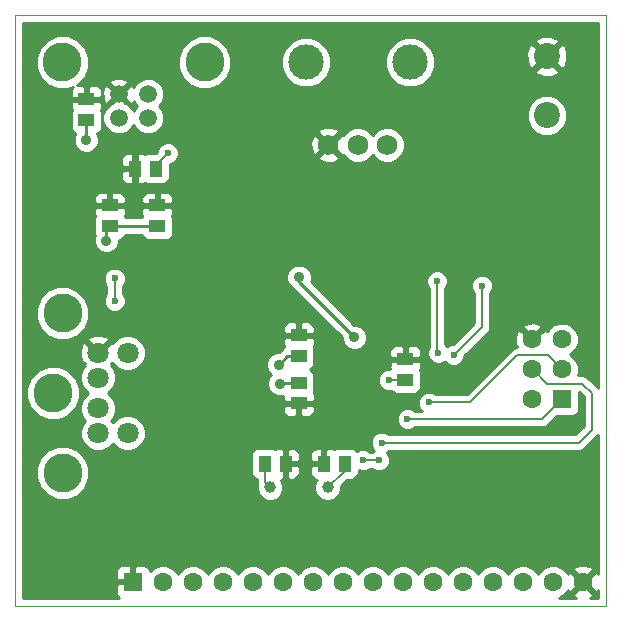
<source format=gbl>
G04 (created by PCBNEW (2013-07-07 BZR 4022)-stable) date 11/10/2013 16:08:40*
%MOIN*%
G04 Gerber Fmt 3.4, Leading zero omitted, Abs format*
%FSLAX34Y34*%
G01*
G70*
G90*
G04 APERTURE LIST*
%ADD10C,0.00590551*%
%ADD11C,0.00393701*%
%ADD12R,0.0433071X0.0551181*%
%ADD13R,0.0551181X0.0433071*%
%ADD14C,0.129921*%
%ADD15C,0.0708661*%
%ADD16C,0.0590551*%
%ADD17R,0.0629921X0.0629921*%
%ADD18C,0.0629921*%
%ADD19C,0.0866142*%
%ADD20C,0.0393701*%
%ADD21C,0.11811*%
%ADD22C,0.0688976*%
%ADD23C,0.0354331*%
%ADD24C,0.023622*%
%ADD25C,0.00984252*%
G04 APERTURE END LIST*
G54D10*
G54D11*
X35433Y-51181D02*
X35433Y-31496D01*
X55118Y-51181D02*
X35433Y-51181D01*
X55118Y-31496D02*
X55118Y-51181D01*
X35433Y-31496D02*
X55118Y-31496D01*
G54D12*
X44438Y-46456D03*
X43750Y-46456D03*
X45718Y-46456D03*
X46407Y-46456D03*
G54D13*
X44881Y-42864D03*
X44881Y-42175D03*
X44881Y-43750D03*
X44881Y-44438D03*
G54D12*
X39419Y-36614D03*
X40108Y-36614D03*
G54D13*
X38582Y-38533D03*
X38582Y-37844D03*
X40157Y-38533D03*
X40157Y-37844D03*
X37795Y-34990D03*
X37795Y-34301D03*
G54D14*
X37007Y-46751D03*
X37007Y-41437D03*
X36692Y-44094D03*
G54D15*
X38188Y-43582D03*
X38188Y-44606D03*
X38188Y-42755D03*
X38188Y-45433D03*
X39173Y-42755D03*
X39173Y-45433D03*
G54D14*
X41740Y-33070D03*
X37000Y-33070D03*
G54D16*
X39862Y-34137D03*
X38877Y-34137D03*
X39862Y-34925D03*
X38877Y-34925D03*
G54D17*
X39350Y-50393D03*
G54D18*
X41350Y-50393D03*
X40350Y-50393D03*
X42350Y-50393D03*
X43350Y-50393D03*
X44350Y-50393D03*
X45350Y-50393D03*
X46350Y-50393D03*
X47350Y-50393D03*
X48350Y-50393D03*
X49350Y-50393D03*
X50350Y-50393D03*
X51350Y-50393D03*
X52350Y-50393D03*
X53350Y-50393D03*
X54350Y-50393D03*
G54D17*
X53649Y-44307D03*
G54D18*
X52649Y-44307D03*
X53649Y-43307D03*
X52649Y-43307D03*
X53649Y-42307D03*
X52649Y-42307D03*
G54D19*
X53149Y-34842D03*
X53149Y-32874D03*
G54D20*
X43921Y-47244D03*
X45842Y-47244D03*
G54D21*
X48582Y-33070D03*
X45118Y-33070D03*
G54D22*
X45866Y-35826D03*
X46850Y-35826D03*
X47834Y-35826D03*
G54D13*
X48425Y-43651D03*
X48425Y-42962D03*
G54D23*
X44212Y-43149D03*
X44251Y-43779D03*
X44881Y-40236D03*
X46732Y-42244D03*
X38464Y-39015D03*
X37795Y-35669D03*
G54D24*
X40275Y-37322D03*
X39488Y-37322D03*
X38464Y-37322D03*
X45787Y-43464D03*
X45787Y-42834D03*
X47874Y-43149D03*
X40314Y-46850D03*
X39251Y-38976D03*
X44094Y-35826D03*
X42519Y-35826D03*
X48503Y-44960D03*
X47637Y-45748D03*
X49488Y-40354D03*
X49527Y-42755D03*
X47874Y-43661D03*
X40511Y-36102D03*
X50984Y-40511D03*
X50039Y-42834D03*
X47559Y-46338D03*
X47007Y-46338D03*
X49212Y-44409D03*
X38740Y-41023D03*
X38740Y-40275D03*
G54D25*
X44881Y-42864D02*
X44498Y-42864D01*
X44498Y-42864D02*
X44212Y-43149D01*
X44881Y-43750D02*
X44281Y-43750D01*
X44281Y-43750D02*
X44251Y-43779D01*
X44881Y-40393D02*
X44881Y-40236D01*
X46732Y-42244D02*
X44881Y-40393D01*
X40157Y-38533D02*
X38582Y-38533D01*
X38582Y-38533D02*
X38464Y-38651D01*
X38464Y-38651D02*
X38464Y-39015D01*
X37795Y-34990D02*
X37795Y-35669D01*
G54D10*
X48503Y-44960D02*
X52996Y-44960D01*
X52996Y-44960D02*
X53649Y-44307D01*
X52649Y-43307D02*
X52677Y-43307D01*
X54212Y-45748D02*
X47637Y-45748D01*
X54645Y-45314D02*
X54212Y-45748D01*
X54645Y-44094D02*
X54645Y-45314D01*
X54330Y-43779D02*
X54645Y-44094D01*
X53149Y-43779D02*
X54330Y-43779D01*
X52677Y-43307D02*
X53149Y-43779D01*
X49488Y-42716D02*
X49488Y-40354D01*
X49527Y-42755D02*
X49488Y-42716D01*
X48425Y-43651D02*
X47883Y-43651D01*
X47883Y-43651D02*
X47874Y-43661D01*
X40108Y-36614D02*
X40108Y-36505D01*
X40108Y-36505D02*
X40511Y-36102D01*
X43750Y-46456D02*
X43750Y-47072D01*
X43750Y-47072D02*
X43921Y-47244D01*
X46407Y-46456D02*
X46407Y-46679D01*
X46407Y-46679D02*
X45842Y-47244D01*
X50984Y-41889D02*
X50984Y-41023D01*
X50039Y-42834D02*
X50984Y-41889D01*
X47007Y-46338D02*
X47559Y-46338D01*
X50984Y-41023D02*
X50984Y-40511D01*
X49212Y-44409D02*
X50590Y-44409D01*
X52519Y-42834D02*
X52165Y-42834D01*
X52165Y-42834D02*
X50590Y-44409D01*
X53649Y-43307D02*
X53649Y-43295D01*
X53188Y-42834D02*
X52519Y-42834D01*
X53649Y-43295D02*
X53188Y-42834D01*
X38740Y-40275D02*
X38740Y-41023D01*
G36*
X54852Y-50915D02*
X54577Y-50915D01*
X54646Y-50887D01*
X54675Y-50790D01*
X54350Y-50465D01*
X54025Y-50790D01*
X54054Y-50887D01*
X54133Y-50915D01*
X53557Y-50915D01*
X53667Y-50869D01*
X53825Y-50711D01*
X53846Y-50662D01*
X53856Y-50689D01*
X53953Y-50718D01*
X54278Y-50393D01*
X53953Y-50068D01*
X53856Y-50098D01*
X53846Y-50126D01*
X53826Y-50076D01*
X53668Y-49918D01*
X53462Y-49832D01*
X53239Y-49832D01*
X53033Y-49917D01*
X52875Y-50075D01*
X52850Y-50134D01*
X52826Y-50076D01*
X52668Y-49918D01*
X52462Y-49832D01*
X52239Y-49832D01*
X52033Y-49917D01*
X51875Y-50075D01*
X51850Y-50134D01*
X51826Y-50076D01*
X51668Y-49918D01*
X51462Y-49832D01*
X51239Y-49832D01*
X51033Y-49917D01*
X50875Y-50075D01*
X50850Y-50134D01*
X50826Y-50076D01*
X50668Y-49918D01*
X50462Y-49832D01*
X50239Y-49832D01*
X50033Y-49917D01*
X49875Y-50075D01*
X49850Y-50134D01*
X49826Y-50076D01*
X49668Y-49918D01*
X49462Y-49832D01*
X49239Y-49832D01*
X49033Y-49917D01*
X48875Y-50075D01*
X48850Y-50134D01*
X48826Y-50076D01*
X48668Y-49918D01*
X48462Y-49832D01*
X48239Y-49832D01*
X48033Y-49917D01*
X47875Y-50075D01*
X47850Y-50134D01*
X47826Y-50076D01*
X47668Y-49918D01*
X47462Y-49832D01*
X47239Y-49832D01*
X47033Y-49917D01*
X46875Y-50075D01*
X46850Y-50134D01*
X46826Y-50076D01*
X46668Y-49918D01*
X46462Y-49832D01*
X46239Y-49832D01*
X46033Y-49917D01*
X45875Y-50075D01*
X45850Y-50134D01*
X45826Y-50076D01*
X45668Y-49918D01*
X45462Y-49832D01*
X45239Y-49832D01*
X45033Y-49917D01*
X44904Y-50045D01*
X44904Y-46682D01*
X44904Y-46230D01*
X44904Y-46131D01*
X44866Y-46039D01*
X44831Y-46004D01*
X44831Y-44842D01*
X44831Y-44489D01*
X44419Y-44489D01*
X44357Y-44552D01*
X44357Y-44704D01*
X44394Y-44796D01*
X44464Y-44866D01*
X44556Y-44904D01*
X44655Y-44904D01*
X44768Y-44904D01*
X44831Y-44842D01*
X44831Y-46004D01*
X44796Y-45969D01*
X44704Y-45931D01*
X44552Y-45931D01*
X44489Y-45994D01*
X44489Y-46405D01*
X44842Y-46405D01*
X44904Y-46343D01*
X44904Y-46230D01*
X44904Y-46682D01*
X44904Y-46569D01*
X44842Y-46507D01*
X44489Y-46507D01*
X44489Y-46919D01*
X44552Y-46981D01*
X44704Y-46981D01*
X44796Y-46943D01*
X44866Y-46873D01*
X44904Y-46782D01*
X44904Y-46682D01*
X44904Y-50045D01*
X44875Y-50075D01*
X44850Y-50134D01*
X44826Y-50076D01*
X44668Y-49918D01*
X44462Y-49832D01*
X44388Y-49832D01*
X44388Y-46919D01*
X44388Y-46507D01*
X44380Y-46507D01*
X44380Y-46405D01*
X44388Y-46405D01*
X44388Y-45994D01*
X44325Y-45931D01*
X44173Y-45931D01*
X44090Y-45966D01*
X44015Y-45935D01*
X43917Y-45934D01*
X43484Y-45934D01*
X43394Y-45972D01*
X43324Y-46041D01*
X43287Y-46131D01*
X43287Y-46229D01*
X43287Y-46781D01*
X43324Y-46871D01*
X43393Y-46940D01*
X43474Y-46974D01*
X43474Y-47072D01*
X43486Y-47135D01*
X43478Y-47155D01*
X43478Y-47331D01*
X43545Y-47494D01*
X43670Y-47619D01*
X43832Y-47686D01*
X44008Y-47687D01*
X44171Y-47619D01*
X44296Y-47495D01*
X44364Y-47332D01*
X44364Y-47156D01*
X44296Y-46993D01*
X44284Y-46981D01*
X44325Y-46981D01*
X44388Y-46919D01*
X44388Y-49832D01*
X44239Y-49832D01*
X44033Y-49917D01*
X43875Y-50075D01*
X43850Y-50134D01*
X43826Y-50076D01*
X43668Y-49918D01*
X43462Y-49832D01*
X43239Y-49832D01*
X43033Y-49917D01*
X42875Y-50075D01*
X42850Y-50134D01*
X42826Y-50076D01*
X42668Y-49918D01*
X42635Y-49904D01*
X42635Y-32893D01*
X42499Y-32564D01*
X42248Y-32311D01*
X41919Y-32175D01*
X41562Y-32175D01*
X41233Y-32311D01*
X40981Y-32562D01*
X40844Y-32891D01*
X40844Y-33248D01*
X40980Y-33577D01*
X41232Y-33829D01*
X41561Y-33966D01*
X41917Y-33966D01*
X42246Y-33830D01*
X42499Y-33578D01*
X42635Y-33249D01*
X42635Y-32893D01*
X42635Y-49904D01*
X42462Y-49832D01*
X42239Y-49832D01*
X42033Y-49917D01*
X41875Y-50075D01*
X41850Y-50134D01*
X41826Y-50076D01*
X41668Y-49918D01*
X41462Y-49832D01*
X41239Y-49832D01*
X41033Y-49917D01*
X40876Y-50074D01*
X40876Y-36030D01*
X40820Y-35896D01*
X40718Y-35793D01*
X40584Y-35738D01*
X40439Y-35738D01*
X40403Y-35753D01*
X40403Y-34817D01*
X40321Y-34618D01*
X40234Y-34531D01*
X40320Y-34444D01*
X40403Y-34245D01*
X40403Y-34030D01*
X40321Y-33831D01*
X40169Y-33679D01*
X39970Y-33596D01*
X39754Y-33596D01*
X39555Y-33678D01*
X39403Y-33830D01*
X39374Y-33900D01*
X39355Y-33853D01*
X39260Y-33827D01*
X39188Y-33898D01*
X39188Y-33755D01*
X39161Y-33660D01*
X38957Y-33588D01*
X38741Y-33599D01*
X38594Y-33660D01*
X38567Y-33755D01*
X38877Y-34065D01*
X39188Y-33755D01*
X39188Y-33898D01*
X38949Y-34137D01*
X39260Y-34448D01*
X39355Y-34421D01*
X39372Y-34371D01*
X39403Y-34444D01*
X39490Y-34531D01*
X39403Y-34618D01*
X39370Y-34698D01*
X39337Y-34618D01*
X39184Y-34466D01*
X39099Y-34430D01*
X38877Y-34209D01*
X38806Y-34281D01*
X38806Y-34137D01*
X38495Y-33827D01*
X38400Y-33853D01*
X38328Y-34058D01*
X38339Y-34274D01*
X38400Y-34421D01*
X38495Y-34448D01*
X38806Y-34137D01*
X38806Y-34281D01*
X38656Y-34430D01*
X38571Y-34466D01*
X38419Y-34618D01*
X38336Y-34817D01*
X38336Y-35032D01*
X38418Y-35231D01*
X38570Y-35383D01*
X38769Y-35466D01*
X38985Y-35466D01*
X39184Y-35384D01*
X39336Y-35232D01*
X39370Y-35151D01*
X39403Y-35231D01*
X39555Y-35383D01*
X39754Y-35466D01*
X39969Y-35466D01*
X40168Y-35384D01*
X40320Y-35232D01*
X40403Y-35033D01*
X40403Y-34817D01*
X40403Y-35753D01*
X40305Y-35793D01*
X40203Y-35895D01*
X40147Y-36029D01*
X40147Y-36076D01*
X40131Y-36092D01*
X39843Y-36092D01*
X39767Y-36123D01*
X39685Y-36089D01*
X39532Y-36089D01*
X39470Y-36151D01*
X39470Y-36563D01*
X39477Y-36563D01*
X39477Y-36664D01*
X39470Y-36664D01*
X39470Y-37076D01*
X39532Y-37138D01*
X39685Y-37139D01*
X39767Y-37104D01*
X39842Y-37135D01*
X39940Y-37135D01*
X40373Y-37135D01*
X40464Y-37098D01*
X40533Y-37029D01*
X40570Y-36938D01*
X40570Y-36841D01*
X40570Y-36466D01*
X40583Y-36466D01*
X40717Y-36411D01*
X40820Y-36308D01*
X40875Y-36175D01*
X40876Y-36030D01*
X40876Y-50074D01*
X40875Y-50075D01*
X40850Y-50134D01*
X40826Y-50076D01*
X40682Y-49932D01*
X40682Y-38110D01*
X40682Y-37578D01*
X40644Y-37486D01*
X40574Y-37416D01*
X40482Y-37378D01*
X40383Y-37378D01*
X40270Y-37378D01*
X40208Y-37441D01*
X40208Y-37793D01*
X40619Y-37793D01*
X40682Y-37731D01*
X40682Y-37578D01*
X40682Y-38110D01*
X40682Y-37957D01*
X40619Y-37895D01*
X40208Y-37895D01*
X40208Y-37903D01*
X40106Y-37903D01*
X40106Y-37895D01*
X40106Y-37793D01*
X40106Y-37441D01*
X40044Y-37378D01*
X39931Y-37378D01*
X39832Y-37378D01*
X39740Y-37416D01*
X39670Y-37486D01*
X39632Y-37578D01*
X39632Y-37731D01*
X39694Y-37793D01*
X40106Y-37793D01*
X40106Y-37895D01*
X39694Y-37895D01*
X39632Y-37957D01*
X39632Y-38110D01*
X39666Y-38193D01*
X39648Y-38238D01*
X39368Y-38238D01*
X39368Y-37076D01*
X39368Y-36664D01*
X39368Y-36563D01*
X39368Y-36151D01*
X39306Y-36089D01*
X39153Y-36089D01*
X39061Y-36127D01*
X38991Y-36197D01*
X38953Y-36288D01*
X38953Y-36387D01*
X38953Y-36501D01*
X39015Y-36563D01*
X39368Y-36563D01*
X39368Y-36664D01*
X39015Y-36664D01*
X38953Y-36727D01*
X38953Y-36840D01*
X38953Y-36939D01*
X38991Y-37031D01*
X39061Y-37101D01*
X39153Y-37139D01*
X39306Y-37138D01*
X39368Y-37076D01*
X39368Y-38238D01*
X39091Y-38238D01*
X39073Y-38193D01*
X39107Y-38110D01*
X39107Y-37578D01*
X39069Y-37486D01*
X38999Y-37416D01*
X38908Y-37378D01*
X38808Y-37378D01*
X38695Y-37378D01*
X38633Y-37441D01*
X38633Y-37793D01*
X39045Y-37793D01*
X39107Y-37731D01*
X39107Y-37578D01*
X39107Y-38110D01*
X39107Y-37957D01*
X39045Y-37895D01*
X38633Y-37895D01*
X38633Y-37903D01*
X38531Y-37903D01*
X38531Y-37895D01*
X38531Y-37793D01*
X38531Y-37441D01*
X38469Y-37378D01*
X38356Y-37378D01*
X38320Y-37378D01*
X38320Y-34567D01*
X38320Y-34035D01*
X38282Y-33943D01*
X38212Y-33873D01*
X38120Y-33835D01*
X38021Y-33835D01*
X37908Y-33835D01*
X37895Y-33847D01*
X37895Y-32893D01*
X37759Y-32564D01*
X37508Y-32311D01*
X37178Y-32175D01*
X36822Y-32175D01*
X36493Y-32311D01*
X36241Y-32562D01*
X36104Y-32891D01*
X36104Y-33248D01*
X36240Y-33577D01*
X36491Y-33829D01*
X36821Y-33966D01*
X37177Y-33966D01*
X37361Y-33890D01*
X37308Y-33943D01*
X37270Y-34035D01*
X37270Y-34188D01*
X37332Y-34250D01*
X37744Y-34250D01*
X37744Y-33897D01*
X37682Y-33835D01*
X37569Y-33835D01*
X37494Y-33835D01*
X37506Y-33830D01*
X37758Y-33578D01*
X37895Y-33249D01*
X37895Y-32893D01*
X37895Y-33847D01*
X37846Y-33897D01*
X37846Y-34250D01*
X38257Y-34250D01*
X38320Y-34188D01*
X38320Y-34035D01*
X38320Y-34567D01*
X38320Y-34414D01*
X38257Y-34351D01*
X37846Y-34351D01*
X37846Y-34359D01*
X37744Y-34359D01*
X37744Y-34351D01*
X37332Y-34351D01*
X37270Y-34414D01*
X37270Y-34567D01*
X37304Y-34649D01*
X37273Y-34724D01*
X37273Y-34822D01*
X37273Y-35255D01*
X37310Y-35345D01*
X37380Y-35415D01*
X37433Y-35437D01*
X37372Y-35584D01*
X37371Y-35753D01*
X37436Y-35908D01*
X37555Y-36027D01*
X37710Y-36092D01*
X37879Y-36092D01*
X38034Y-36028D01*
X38153Y-35909D01*
X38218Y-35753D01*
X38218Y-35585D01*
X38157Y-35437D01*
X38210Y-35415D01*
X38279Y-35346D01*
X38316Y-35255D01*
X38316Y-35157D01*
X38316Y-34724D01*
X38285Y-34649D01*
X38320Y-34567D01*
X38320Y-37378D01*
X38257Y-37378D01*
X38165Y-37416D01*
X38095Y-37486D01*
X38057Y-37578D01*
X38057Y-37731D01*
X38120Y-37793D01*
X38531Y-37793D01*
X38531Y-37895D01*
X38120Y-37895D01*
X38057Y-37957D01*
X38057Y-38110D01*
X38092Y-38193D01*
X38061Y-38267D01*
X38060Y-38365D01*
X38060Y-38798D01*
X38078Y-38841D01*
X38041Y-38931D01*
X38041Y-39099D01*
X38105Y-39255D01*
X38224Y-39374D01*
X38380Y-39438D01*
X38548Y-39439D01*
X38703Y-39374D01*
X38823Y-39255D01*
X38887Y-39100D01*
X38887Y-38996D01*
X38906Y-38996D01*
X38997Y-38958D01*
X39066Y-38889D01*
X39092Y-38828D01*
X39648Y-38828D01*
X39673Y-38889D01*
X39742Y-38958D01*
X39832Y-38996D01*
X39930Y-38996D01*
X40481Y-38996D01*
X40572Y-38958D01*
X40641Y-38889D01*
X40679Y-38799D01*
X40679Y-38701D01*
X40679Y-38268D01*
X40648Y-38193D01*
X40682Y-38110D01*
X40682Y-49932D01*
X40668Y-49918D01*
X40462Y-49832D01*
X40239Y-49832D01*
X40033Y-49917D01*
X39914Y-50036D01*
X39914Y-50028D01*
X39876Y-49937D01*
X39806Y-49867D01*
X39773Y-49853D01*
X39773Y-45314D01*
X39682Y-45093D01*
X39513Y-44924D01*
X39293Y-44832D01*
X39054Y-44832D01*
X38833Y-44923D01*
X38680Y-45076D01*
X38624Y-45019D01*
X38697Y-44946D01*
X38789Y-44726D01*
X38789Y-44487D01*
X38698Y-44266D01*
X38529Y-44097D01*
X38522Y-44094D01*
X38528Y-44091D01*
X38697Y-43923D01*
X38789Y-43702D01*
X38789Y-43463D01*
X38698Y-43243D01*
X38634Y-43179D01*
X38659Y-43154D01*
X38614Y-43109D01*
X38662Y-43092D01*
X38663Y-43095D01*
X38832Y-43264D01*
X39053Y-43356D01*
X39292Y-43356D01*
X39512Y-43265D01*
X39681Y-43096D01*
X39773Y-42875D01*
X39773Y-42637D01*
X39682Y-42416D01*
X39513Y-42247D01*
X39293Y-42155D01*
X39104Y-42155D01*
X39104Y-40951D01*
X39049Y-40817D01*
X39015Y-40784D01*
X39015Y-40515D01*
X39048Y-40482D01*
X39104Y-40348D01*
X39104Y-40203D01*
X39049Y-40069D01*
X38946Y-39967D01*
X38812Y-39911D01*
X38668Y-39911D01*
X38534Y-39966D01*
X38431Y-40069D01*
X38376Y-40202D01*
X38375Y-40347D01*
X38431Y-40481D01*
X38464Y-40514D01*
X38464Y-40784D01*
X38431Y-40817D01*
X38376Y-40950D01*
X38375Y-41095D01*
X38431Y-41229D01*
X38533Y-41332D01*
X38667Y-41387D01*
X38812Y-41387D01*
X38946Y-41332D01*
X39048Y-41230D01*
X39104Y-41096D01*
X39104Y-40951D01*
X39104Y-42155D01*
X39054Y-42155D01*
X38833Y-42246D01*
X38664Y-42415D01*
X38663Y-42418D01*
X38614Y-42402D01*
X38542Y-42474D01*
X38542Y-42330D01*
X38508Y-42229D01*
X38282Y-42147D01*
X38042Y-42158D01*
X37903Y-42215D01*
X37903Y-41259D01*
X37767Y-40930D01*
X37515Y-40678D01*
X37186Y-40541D01*
X36830Y-40541D01*
X36501Y-40677D01*
X36249Y-40928D01*
X36112Y-41258D01*
X36112Y-41614D01*
X36248Y-41943D01*
X36499Y-42195D01*
X36828Y-42332D01*
X37185Y-42332D01*
X37514Y-42196D01*
X37766Y-41945D01*
X37903Y-41615D01*
X37903Y-41259D01*
X37903Y-42215D01*
X37869Y-42229D01*
X37835Y-42330D01*
X38188Y-42684D01*
X38542Y-42330D01*
X38542Y-42474D01*
X38260Y-42755D01*
X38266Y-42761D01*
X38194Y-42833D01*
X38188Y-42827D01*
X38183Y-42833D01*
X38117Y-42767D01*
X38111Y-42761D01*
X38117Y-42755D01*
X37763Y-42402D01*
X37662Y-42436D01*
X37580Y-42662D01*
X37591Y-42902D01*
X37662Y-43075D01*
X37763Y-43109D01*
X37718Y-43154D01*
X37743Y-43179D01*
X37680Y-43242D01*
X37588Y-43462D01*
X37588Y-43701D01*
X37679Y-43922D01*
X37848Y-44091D01*
X37855Y-44094D01*
X37849Y-44097D01*
X37680Y-44265D01*
X37588Y-44486D01*
X37588Y-43917D01*
X37452Y-43587D01*
X37200Y-43335D01*
X36871Y-43198D01*
X36515Y-43198D01*
X36186Y-43334D01*
X35934Y-43586D01*
X35797Y-43915D01*
X35797Y-44271D01*
X35933Y-44601D01*
X36184Y-44853D01*
X36513Y-44990D01*
X36870Y-44990D01*
X37199Y-44854D01*
X37451Y-44602D01*
X37588Y-44273D01*
X37588Y-43917D01*
X37588Y-44486D01*
X37588Y-44486D01*
X37588Y-44725D01*
X37679Y-44945D01*
X37753Y-45019D01*
X37680Y-45092D01*
X37588Y-45313D01*
X37588Y-45551D01*
X37679Y-45772D01*
X37848Y-45941D01*
X38069Y-46033D01*
X38307Y-46033D01*
X38528Y-45942D01*
X38681Y-45790D01*
X38832Y-45941D01*
X39053Y-46033D01*
X39292Y-46033D01*
X39512Y-45942D01*
X39681Y-45773D01*
X39773Y-45553D01*
X39773Y-45314D01*
X39773Y-49853D01*
X39714Y-49829D01*
X39463Y-49829D01*
X39401Y-49891D01*
X39401Y-50342D01*
X39409Y-50342D01*
X39409Y-50444D01*
X39401Y-50444D01*
X39401Y-50452D01*
X39299Y-50452D01*
X39299Y-50444D01*
X39299Y-50342D01*
X39299Y-49891D01*
X39237Y-49829D01*
X38986Y-49829D01*
X38894Y-49867D01*
X38824Y-49937D01*
X38786Y-50028D01*
X38786Y-50128D01*
X38786Y-50280D01*
X38848Y-50342D01*
X39299Y-50342D01*
X39299Y-50444D01*
X38848Y-50444D01*
X38786Y-50506D01*
X38786Y-50659D01*
X38786Y-50758D01*
X38824Y-50850D01*
X38889Y-50915D01*
X37903Y-50915D01*
X37903Y-46574D01*
X37767Y-46245D01*
X37515Y-45993D01*
X37186Y-45856D01*
X36830Y-45856D01*
X36501Y-45992D01*
X36249Y-46243D01*
X36112Y-46573D01*
X36112Y-46929D01*
X36248Y-47258D01*
X36499Y-47510D01*
X36828Y-47647D01*
X37185Y-47647D01*
X37514Y-47511D01*
X37766Y-47259D01*
X37903Y-46930D01*
X37903Y-46574D01*
X37903Y-50915D01*
X35698Y-50915D01*
X35698Y-31761D01*
X54852Y-31761D01*
X54852Y-43917D01*
X54840Y-43899D01*
X54840Y-43899D01*
X54525Y-43584D01*
X54436Y-43524D01*
X54330Y-43503D01*
X54175Y-43503D01*
X54210Y-43419D01*
X54210Y-43195D01*
X54125Y-42989D01*
X53967Y-42831D01*
X53908Y-42807D01*
X53966Y-42782D01*
X54124Y-42625D01*
X54210Y-42419D01*
X54210Y-42195D01*
X54125Y-41989D01*
X53967Y-41831D01*
X53836Y-41777D01*
X53836Y-32986D01*
X53826Y-32715D01*
X53740Y-32507D01*
X53631Y-32463D01*
X53560Y-32535D01*
X53560Y-32391D01*
X53516Y-32282D01*
X53262Y-32187D01*
X52990Y-32196D01*
X52782Y-32282D01*
X52739Y-32391D01*
X53149Y-32802D01*
X53560Y-32391D01*
X53560Y-32535D01*
X53221Y-32874D01*
X53631Y-33284D01*
X53740Y-33240D01*
X53836Y-32986D01*
X53836Y-41777D01*
X53828Y-41774D01*
X53828Y-34708D01*
X53725Y-34458D01*
X53560Y-34292D01*
X53560Y-33356D01*
X53149Y-32945D01*
X53077Y-33017D01*
X53077Y-32874D01*
X52667Y-32463D01*
X52558Y-32507D01*
X52463Y-32761D01*
X52472Y-33032D01*
X52558Y-33240D01*
X52667Y-33284D01*
X53077Y-32874D01*
X53077Y-33017D01*
X52739Y-33356D01*
X52782Y-33465D01*
X53037Y-33560D01*
X53308Y-33551D01*
X53516Y-33465D01*
X53560Y-33356D01*
X53560Y-34292D01*
X53534Y-34267D01*
X53285Y-34163D01*
X53015Y-34163D01*
X52765Y-34266D01*
X52574Y-34457D01*
X52470Y-34706D01*
X52470Y-34977D01*
X52573Y-35226D01*
X52764Y-35417D01*
X53013Y-35521D01*
X53284Y-35521D01*
X53533Y-35418D01*
X53725Y-35227D01*
X53828Y-34978D01*
X53828Y-34708D01*
X53828Y-41774D01*
X53761Y-41746D01*
X53538Y-41745D01*
X53332Y-41831D01*
X53174Y-41988D01*
X53153Y-42037D01*
X53143Y-42011D01*
X53046Y-41982D01*
X52974Y-42053D01*
X52974Y-41910D01*
X52945Y-41813D01*
X52733Y-41738D01*
X52509Y-41749D01*
X52353Y-41813D01*
X52324Y-41910D01*
X52649Y-42235D01*
X52974Y-41910D01*
X52974Y-42053D01*
X52721Y-42307D01*
X52726Y-42312D01*
X52655Y-42384D01*
X52649Y-42378D01*
X52644Y-42384D01*
X52572Y-42312D01*
X52577Y-42307D01*
X52252Y-41982D01*
X52156Y-42011D01*
X52080Y-42222D01*
X52091Y-42446D01*
X52140Y-42564D01*
X52059Y-42580D01*
X51970Y-42639D01*
X51348Y-43261D01*
X51348Y-40439D01*
X51293Y-40305D01*
X51190Y-40203D01*
X51057Y-40147D01*
X50912Y-40147D01*
X50778Y-40202D01*
X50675Y-40305D01*
X50620Y-40439D01*
X50620Y-40583D01*
X50675Y-40717D01*
X50708Y-40751D01*
X50708Y-41023D01*
X50708Y-41775D01*
X50013Y-42470D01*
X49967Y-42470D01*
X49833Y-42525D01*
X49822Y-42536D01*
X49763Y-42477D01*
X49763Y-40593D01*
X49796Y-40560D01*
X49852Y-40427D01*
X49852Y-40282D01*
X49797Y-40148D01*
X49694Y-40045D01*
X49560Y-39990D01*
X49419Y-39990D01*
X49419Y-32905D01*
X49292Y-32597D01*
X49057Y-32362D01*
X48749Y-32234D01*
X48416Y-32234D01*
X48109Y-32361D01*
X47873Y-32596D01*
X47746Y-32903D01*
X47745Y-33236D01*
X47873Y-33544D01*
X48108Y-33779D01*
X48415Y-33907D01*
X48748Y-33907D01*
X49055Y-33780D01*
X49291Y-33545D01*
X49419Y-33238D01*
X49419Y-32905D01*
X49419Y-39990D01*
X49416Y-39990D01*
X49282Y-40045D01*
X49179Y-40147D01*
X49124Y-40281D01*
X49123Y-40426D01*
X49179Y-40560D01*
X49212Y-40593D01*
X49212Y-42564D01*
X49163Y-42683D01*
X49163Y-42828D01*
X49218Y-42961D01*
X49321Y-43064D01*
X49454Y-43120D01*
X49599Y-43120D01*
X49733Y-43064D01*
X49744Y-43054D01*
X49832Y-43143D01*
X49966Y-43198D01*
X50111Y-43198D01*
X50245Y-43143D01*
X50347Y-43041D01*
X50403Y-42907D01*
X50403Y-42860D01*
X51179Y-42084D01*
X51179Y-42084D01*
X51179Y-42084D01*
X51238Y-41995D01*
X51238Y-41995D01*
X51259Y-41889D01*
X51259Y-41023D01*
X51259Y-40751D01*
X51292Y-40718D01*
X51348Y-40584D01*
X51348Y-40439D01*
X51348Y-43261D01*
X50476Y-44133D01*
X49452Y-44133D01*
X49419Y-44100D01*
X49285Y-44045D01*
X49140Y-44045D01*
X49006Y-44100D01*
X48950Y-44156D01*
X48950Y-43228D01*
X48950Y-42696D01*
X48912Y-42605D01*
X48842Y-42534D01*
X48750Y-42496D01*
X48651Y-42496D01*
X48538Y-42496D01*
X48475Y-42559D01*
X48475Y-42911D01*
X48887Y-42911D01*
X48950Y-42849D01*
X48950Y-42696D01*
X48950Y-43228D01*
X48950Y-43075D01*
X48887Y-43013D01*
X48475Y-43013D01*
X48475Y-43021D01*
X48425Y-43021D01*
X48425Y-35709D01*
X48335Y-35492D01*
X48169Y-35326D01*
X47952Y-35236D01*
X47717Y-35236D01*
X47500Y-35325D01*
X47342Y-35483D01*
X47185Y-35326D01*
X46968Y-35236D01*
X46733Y-35236D01*
X46516Y-35325D01*
X46350Y-35491D01*
X46346Y-35500D01*
X46284Y-35480D01*
X46212Y-35552D01*
X46212Y-35408D01*
X46179Y-35308D01*
X45957Y-35228D01*
X45954Y-35228D01*
X45954Y-32905D01*
X45827Y-32597D01*
X45592Y-32362D01*
X45285Y-32234D01*
X44952Y-32234D01*
X44644Y-32361D01*
X44409Y-32596D01*
X44281Y-32903D01*
X44281Y-33236D01*
X44408Y-33544D01*
X44643Y-33779D01*
X44950Y-33907D01*
X45283Y-33907D01*
X45591Y-33780D01*
X45826Y-33545D01*
X45954Y-33238D01*
X45954Y-32905D01*
X45954Y-35228D01*
X45721Y-35238D01*
X45552Y-35308D01*
X45519Y-35408D01*
X45866Y-35754D01*
X46212Y-35408D01*
X46212Y-35552D01*
X45937Y-35826D01*
X46284Y-36173D01*
X46346Y-36152D01*
X46349Y-36160D01*
X46515Y-36327D01*
X46732Y-36417D01*
X46967Y-36417D01*
X47184Y-36327D01*
X47342Y-36169D01*
X47499Y-36327D01*
X47716Y-36417D01*
X47951Y-36417D01*
X48168Y-36327D01*
X48334Y-36161D01*
X48425Y-35944D01*
X48425Y-35709D01*
X48425Y-43021D01*
X48374Y-43021D01*
X48374Y-43013D01*
X48374Y-42911D01*
X48374Y-42559D01*
X48312Y-42496D01*
X48198Y-42496D01*
X48099Y-42496D01*
X48008Y-42534D01*
X47938Y-42605D01*
X47900Y-42696D01*
X47900Y-42849D01*
X47962Y-42911D01*
X48374Y-42911D01*
X48374Y-43013D01*
X47962Y-43013D01*
X47900Y-43075D01*
X47900Y-43228D01*
X47928Y-43297D01*
X47801Y-43297D01*
X47667Y-43352D01*
X47565Y-43454D01*
X47509Y-43588D01*
X47509Y-43733D01*
X47565Y-43867D01*
X47667Y-43969D01*
X47801Y-44025D01*
X47946Y-44025D01*
X47955Y-44021D01*
X48010Y-44076D01*
X48100Y-44114D01*
X48198Y-44114D01*
X48749Y-44114D01*
X48839Y-44076D01*
X48909Y-44007D01*
X48946Y-43917D01*
X48946Y-43819D01*
X48946Y-43386D01*
X48915Y-43311D01*
X48950Y-43228D01*
X48950Y-44156D01*
X48904Y-44202D01*
X48848Y-44336D01*
X48848Y-44481D01*
X48903Y-44615D01*
X48973Y-44685D01*
X48743Y-44685D01*
X48710Y-44652D01*
X48576Y-44596D01*
X48431Y-44596D01*
X48297Y-44651D01*
X48195Y-44754D01*
X48139Y-44887D01*
X48139Y-45032D01*
X48195Y-45166D01*
X48297Y-45269D01*
X48431Y-45324D01*
X48576Y-45324D01*
X48709Y-45269D01*
X48743Y-45236D01*
X52996Y-45236D01*
X53101Y-45215D01*
X53101Y-45215D01*
X53190Y-45155D01*
X53478Y-44868D01*
X54013Y-44868D01*
X54103Y-44830D01*
X54173Y-44761D01*
X54210Y-44671D01*
X54210Y-44573D01*
X54210Y-44055D01*
X54216Y-44055D01*
X54370Y-44208D01*
X54370Y-45200D01*
X54098Y-45472D01*
X47877Y-45472D01*
X47844Y-45439D01*
X47710Y-45383D01*
X47565Y-45383D01*
X47431Y-45439D01*
X47329Y-45541D01*
X47273Y-45675D01*
X47273Y-45820D01*
X47328Y-45954D01*
X47389Y-46014D01*
X47353Y-46029D01*
X47319Y-46062D01*
X47247Y-46062D01*
X47214Y-46030D01*
X47155Y-46005D01*
X47155Y-42160D01*
X47091Y-42004D01*
X46972Y-41885D01*
X46816Y-41820D01*
X46726Y-41820D01*
X46212Y-41306D01*
X46212Y-36244D01*
X45866Y-35898D01*
X45794Y-35970D01*
X45794Y-35826D01*
X45447Y-35480D01*
X45348Y-35513D01*
X45267Y-35735D01*
X45278Y-35971D01*
X45348Y-36140D01*
X45447Y-36173D01*
X45794Y-35826D01*
X45794Y-35970D01*
X45519Y-36244D01*
X45552Y-36344D01*
X45774Y-36425D01*
X46010Y-36414D01*
X46179Y-36344D01*
X46212Y-36244D01*
X46212Y-41306D01*
X45282Y-40376D01*
X45305Y-40320D01*
X45305Y-40152D01*
X45240Y-39996D01*
X45121Y-39877D01*
X44966Y-39813D01*
X44798Y-39812D01*
X44642Y-39877D01*
X44523Y-39996D01*
X44458Y-40151D01*
X44458Y-40320D01*
X44522Y-40475D01*
X44641Y-40594D01*
X44682Y-40611D01*
X46309Y-42238D01*
X46308Y-42327D01*
X46373Y-42483D01*
X46492Y-42602D01*
X46647Y-42667D01*
X46816Y-42667D01*
X46971Y-42603D01*
X47090Y-42484D01*
X47155Y-42328D01*
X47155Y-42160D01*
X47155Y-46005D01*
X47080Y-45974D01*
X46935Y-45974D01*
X46815Y-46024D01*
X46763Y-45972D01*
X46673Y-45935D01*
X46575Y-45934D01*
X46142Y-45934D01*
X46067Y-45966D01*
X45984Y-45931D01*
X45831Y-45931D01*
X45769Y-45994D01*
X45769Y-46405D01*
X45777Y-46405D01*
X45777Y-46507D01*
X45769Y-46507D01*
X45769Y-46515D01*
X45667Y-46515D01*
X45667Y-46507D01*
X45667Y-46405D01*
X45667Y-45994D01*
X45605Y-45931D01*
X45452Y-45931D01*
X45406Y-45950D01*
X45406Y-44704D01*
X45406Y-44173D01*
X45372Y-44090D01*
X45403Y-44015D01*
X45403Y-43917D01*
X45403Y-43484D01*
X45366Y-43394D01*
X45297Y-43324D01*
X45253Y-43307D01*
X45296Y-43289D01*
X45365Y-43220D01*
X45403Y-43129D01*
X45403Y-43031D01*
X45403Y-42598D01*
X45372Y-42523D01*
X45406Y-42441D01*
X45406Y-41909D01*
X45368Y-41817D01*
X45298Y-41747D01*
X45207Y-41709D01*
X45108Y-41709D01*
X44994Y-41709D01*
X44932Y-41771D01*
X44932Y-42124D01*
X45344Y-42124D01*
X45406Y-42062D01*
X45406Y-41909D01*
X45406Y-42441D01*
X45406Y-42288D01*
X45344Y-42225D01*
X44932Y-42225D01*
X44932Y-42233D01*
X44831Y-42233D01*
X44831Y-42225D01*
X44831Y-42124D01*
X44831Y-41771D01*
X44768Y-41709D01*
X44655Y-41709D01*
X44556Y-41709D01*
X44464Y-41747D01*
X44394Y-41817D01*
X44357Y-41909D01*
X44357Y-42062D01*
X44419Y-42124D01*
X44831Y-42124D01*
X44831Y-42225D01*
X44419Y-42225D01*
X44357Y-42288D01*
X44357Y-42441D01*
X44391Y-42523D01*
X44360Y-42598D01*
X44360Y-42607D01*
X44289Y-42655D01*
X44289Y-42655D01*
X44289Y-42655D01*
X44218Y-42726D01*
X44128Y-42726D01*
X43973Y-42790D01*
X43854Y-42909D01*
X43789Y-43065D01*
X43789Y-43233D01*
X43853Y-43389D01*
X43948Y-43484D01*
X43893Y-43539D01*
X43828Y-43694D01*
X43828Y-43863D01*
X43892Y-44018D01*
X44011Y-44138D01*
X44167Y-44202D01*
X44335Y-44202D01*
X44357Y-44194D01*
X44357Y-44325D01*
X44419Y-44388D01*
X44831Y-44388D01*
X44831Y-44380D01*
X44932Y-44380D01*
X44932Y-44388D01*
X45344Y-44388D01*
X45406Y-44325D01*
X45406Y-44173D01*
X45406Y-44704D01*
X45406Y-44552D01*
X45344Y-44489D01*
X44932Y-44489D01*
X44932Y-44842D01*
X44994Y-44904D01*
X45108Y-44904D01*
X45207Y-44904D01*
X45298Y-44866D01*
X45368Y-44796D01*
X45406Y-44704D01*
X45406Y-45950D01*
X45360Y-45969D01*
X45290Y-46039D01*
X45252Y-46131D01*
X45252Y-46230D01*
X45252Y-46343D01*
X45315Y-46405D01*
X45667Y-46405D01*
X45667Y-46507D01*
X45315Y-46507D01*
X45252Y-46569D01*
X45252Y-46682D01*
X45252Y-46782D01*
X45290Y-46873D01*
X45360Y-46943D01*
X45452Y-46981D01*
X45478Y-46981D01*
X45467Y-46992D01*
X45399Y-47155D01*
X45399Y-47331D01*
X45466Y-47494D01*
X45591Y-47619D01*
X45754Y-47686D01*
X45930Y-47687D01*
X46093Y-47619D01*
X46217Y-47495D01*
X46285Y-47332D01*
X46285Y-47190D01*
X46497Y-46978D01*
X46672Y-46978D01*
X46763Y-46941D01*
X46832Y-46871D01*
X46870Y-46781D01*
X46870Y-46683D01*
X46870Y-46675D01*
X46935Y-46702D01*
X47079Y-46702D01*
X47213Y-46647D01*
X47247Y-46614D01*
X47319Y-46614D01*
X47352Y-46647D01*
X47486Y-46702D01*
X47631Y-46702D01*
X47765Y-46647D01*
X47867Y-46545D01*
X47923Y-46411D01*
X47923Y-46266D01*
X47867Y-46132D01*
X47807Y-46071D01*
X47843Y-46056D01*
X47877Y-46023D01*
X54212Y-46023D01*
X54318Y-46002D01*
X54318Y-46002D01*
X54407Y-45942D01*
X54840Y-45509D01*
X54840Y-45509D01*
X54840Y-45509D01*
X54852Y-45492D01*
X54852Y-50118D01*
X54843Y-50098D01*
X54747Y-50068D01*
X54675Y-50140D01*
X54675Y-49996D01*
X54646Y-49900D01*
X54434Y-49824D01*
X54210Y-49835D01*
X54054Y-49900D01*
X54025Y-49996D01*
X54350Y-50321D01*
X54675Y-49996D01*
X54675Y-50140D01*
X54422Y-50393D01*
X54747Y-50718D01*
X54843Y-50689D01*
X54852Y-50665D01*
X54852Y-50915D01*
X54852Y-50915D01*
G37*
G54D25*
X54852Y-50915D02*
X54577Y-50915D01*
X54646Y-50887D01*
X54675Y-50790D01*
X54350Y-50465D01*
X54025Y-50790D01*
X54054Y-50887D01*
X54133Y-50915D01*
X53557Y-50915D01*
X53667Y-50869D01*
X53825Y-50711D01*
X53846Y-50662D01*
X53856Y-50689D01*
X53953Y-50718D01*
X54278Y-50393D01*
X53953Y-50068D01*
X53856Y-50098D01*
X53846Y-50126D01*
X53826Y-50076D01*
X53668Y-49918D01*
X53462Y-49832D01*
X53239Y-49832D01*
X53033Y-49917D01*
X52875Y-50075D01*
X52850Y-50134D01*
X52826Y-50076D01*
X52668Y-49918D01*
X52462Y-49832D01*
X52239Y-49832D01*
X52033Y-49917D01*
X51875Y-50075D01*
X51850Y-50134D01*
X51826Y-50076D01*
X51668Y-49918D01*
X51462Y-49832D01*
X51239Y-49832D01*
X51033Y-49917D01*
X50875Y-50075D01*
X50850Y-50134D01*
X50826Y-50076D01*
X50668Y-49918D01*
X50462Y-49832D01*
X50239Y-49832D01*
X50033Y-49917D01*
X49875Y-50075D01*
X49850Y-50134D01*
X49826Y-50076D01*
X49668Y-49918D01*
X49462Y-49832D01*
X49239Y-49832D01*
X49033Y-49917D01*
X48875Y-50075D01*
X48850Y-50134D01*
X48826Y-50076D01*
X48668Y-49918D01*
X48462Y-49832D01*
X48239Y-49832D01*
X48033Y-49917D01*
X47875Y-50075D01*
X47850Y-50134D01*
X47826Y-50076D01*
X47668Y-49918D01*
X47462Y-49832D01*
X47239Y-49832D01*
X47033Y-49917D01*
X46875Y-50075D01*
X46850Y-50134D01*
X46826Y-50076D01*
X46668Y-49918D01*
X46462Y-49832D01*
X46239Y-49832D01*
X46033Y-49917D01*
X45875Y-50075D01*
X45850Y-50134D01*
X45826Y-50076D01*
X45668Y-49918D01*
X45462Y-49832D01*
X45239Y-49832D01*
X45033Y-49917D01*
X44904Y-50045D01*
X44904Y-46682D01*
X44904Y-46230D01*
X44904Y-46131D01*
X44866Y-46039D01*
X44831Y-46004D01*
X44831Y-44842D01*
X44831Y-44489D01*
X44419Y-44489D01*
X44357Y-44552D01*
X44357Y-44704D01*
X44394Y-44796D01*
X44464Y-44866D01*
X44556Y-44904D01*
X44655Y-44904D01*
X44768Y-44904D01*
X44831Y-44842D01*
X44831Y-46004D01*
X44796Y-45969D01*
X44704Y-45931D01*
X44552Y-45931D01*
X44489Y-45994D01*
X44489Y-46405D01*
X44842Y-46405D01*
X44904Y-46343D01*
X44904Y-46230D01*
X44904Y-46682D01*
X44904Y-46569D01*
X44842Y-46507D01*
X44489Y-46507D01*
X44489Y-46919D01*
X44552Y-46981D01*
X44704Y-46981D01*
X44796Y-46943D01*
X44866Y-46873D01*
X44904Y-46782D01*
X44904Y-46682D01*
X44904Y-50045D01*
X44875Y-50075D01*
X44850Y-50134D01*
X44826Y-50076D01*
X44668Y-49918D01*
X44462Y-49832D01*
X44388Y-49832D01*
X44388Y-46919D01*
X44388Y-46507D01*
X44380Y-46507D01*
X44380Y-46405D01*
X44388Y-46405D01*
X44388Y-45994D01*
X44325Y-45931D01*
X44173Y-45931D01*
X44090Y-45966D01*
X44015Y-45935D01*
X43917Y-45934D01*
X43484Y-45934D01*
X43394Y-45972D01*
X43324Y-46041D01*
X43287Y-46131D01*
X43287Y-46229D01*
X43287Y-46781D01*
X43324Y-46871D01*
X43393Y-46940D01*
X43474Y-46974D01*
X43474Y-47072D01*
X43486Y-47135D01*
X43478Y-47155D01*
X43478Y-47331D01*
X43545Y-47494D01*
X43670Y-47619D01*
X43832Y-47686D01*
X44008Y-47687D01*
X44171Y-47619D01*
X44296Y-47495D01*
X44364Y-47332D01*
X44364Y-47156D01*
X44296Y-46993D01*
X44284Y-46981D01*
X44325Y-46981D01*
X44388Y-46919D01*
X44388Y-49832D01*
X44239Y-49832D01*
X44033Y-49917D01*
X43875Y-50075D01*
X43850Y-50134D01*
X43826Y-50076D01*
X43668Y-49918D01*
X43462Y-49832D01*
X43239Y-49832D01*
X43033Y-49917D01*
X42875Y-50075D01*
X42850Y-50134D01*
X42826Y-50076D01*
X42668Y-49918D01*
X42635Y-49904D01*
X42635Y-32893D01*
X42499Y-32564D01*
X42248Y-32311D01*
X41919Y-32175D01*
X41562Y-32175D01*
X41233Y-32311D01*
X40981Y-32562D01*
X40844Y-32891D01*
X40844Y-33248D01*
X40980Y-33577D01*
X41232Y-33829D01*
X41561Y-33966D01*
X41917Y-33966D01*
X42246Y-33830D01*
X42499Y-33578D01*
X42635Y-33249D01*
X42635Y-32893D01*
X42635Y-49904D01*
X42462Y-49832D01*
X42239Y-49832D01*
X42033Y-49917D01*
X41875Y-50075D01*
X41850Y-50134D01*
X41826Y-50076D01*
X41668Y-49918D01*
X41462Y-49832D01*
X41239Y-49832D01*
X41033Y-49917D01*
X40876Y-50074D01*
X40876Y-36030D01*
X40820Y-35896D01*
X40718Y-35793D01*
X40584Y-35738D01*
X40439Y-35738D01*
X40403Y-35753D01*
X40403Y-34817D01*
X40321Y-34618D01*
X40234Y-34531D01*
X40320Y-34444D01*
X40403Y-34245D01*
X40403Y-34030D01*
X40321Y-33831D01*
X40169Y-33679D01*
X39970Y-33596D01*
X39754Y-33596D01*
X39555Y-33678D01*
X39403Y-33830D01*
X39374Y-33900D01*
X39355Y-33853D01*
X39260Y-33827D01*
X39188Y-33898D01*
X39188Y-33755D01*
X39161Y-33660D01*
X38957Y-33588D01*
X38741Y-33599D01*
X38594Y-33660D01*
X38567Y-33755D01*
X38877Y-34065D01*
X39188Y-33755D01*
X39188Y-33898D01*
X38949Y-34137D01*
X39260Y-34448D01*
X39355Y-34421D01*
X39372Y-34371D01*
X39403Y-34444D01*
X39490Y-34531D01*
X39403Y-34618D01*
X39370Y-34698D01*
X39337Y-34618D01*
X39184Y-34466D01*
X39099Y-34430D01*
X38877Y-34209D01*
X38806Y-34281D01*
X38806Y-34137D01*
X38495Y-33827D01*
X38400Y-33853D01*
X38328Y-34058D01*
X38339Y-34274D01*
X38400Y-34421D01*
X38495Y-34448D01*
X38806Y-34137D01*
X38806Y-34281D01*
X38656Y-34430D01*
X38571Y-34466D01*
X38419Y-34618D01*
X38336Y-34817D01*
X38336Y-35032D01*
X38418Y-35231D01*
X38570Y-35383D01*
X38769Y-35466D01*
X38985Y-35466D01*
X39184Y-35384D01*
X39336Y-35232D01*
X39370Y-35151D01*
X39403Y-35231D01*
X39555Y-35383D01*
X39754Y-35466D01*
X39969Y-35466D01*
X40168Y-35384D01*
X40320Y-35232D01*
X40403Y-35033D01*
X40403Y-34817D01*
X40403Y-35753D01*
X40305Y-35793D01*
X40203Y-35895D01*
X40147Y-36029D01*
X40147Y-36076D01*
X40131Y-36092D01*
X39843Y-36092D01*
X39767Y-36123D01*
X39685Y-36089D01*
X39532Y-36089D01*
X39470Y-36151D01*
X39470Y-36563D01*
X39477Y-36563D01*
X39477Y-36664D01*
X39470Y-36664D01*
X39470Y-37076D01*
X39532Y-37138D01*
X39685Y-37139D01*
X39767Y-37104D01*
X39842Y-37135D01*
X39940Y-37135D01*
X40373Y-37135D01*
X40464Y-37098D01*
X40533Y-37029D01*
X40570Y-36938D01*
X40570Y-36841D01*
X40570Y-36466D01*
X40583Y-36466D01*
X40717Y-36411D01*
X40820Y-36308D01*
X40875Y-36175D01*
X40876Y-36030D01*
X40876Y-50074D01*
X40875Y-50075D01*
X40850Y-50134D01*
X40826Y-50076D01*
X40682Y-49932D01*
X40682Y-38110D01*
X40682Y-37578D01*
X40644Y-37486D01*
X40574Y-37416D01*
X40482Y-37378D01*
X40383Y-37378D01*
X40270Y-37378D01*
X40208Y-37441D01*
X40208Y-37793D01*
X40619Y-37793D01*
X40682Y-37731D01*
X40682Y-37578D01*
X40682Y-38110D01*
X40682Y-37957D01*
X40619Y-37895D01*
X40208Y-37895D01*
X40208Y-37903D01*
X40106Y-37903D01*
X40106Y-37895D01*
X40106Y-37793D01*
X40106Y-37441D01*
X40044Y-37378D01*
X39931Y-37378D01*
X39832Y-37378D01*
X39740Y-37416D01*
X39670Y-37486D01*
X39632Y-37578D01*
X39632Y-37731D01*
X39694Y-37793D01*
X40106Y-37793D01*
X40106Y-37895D01*
X39694Y-37895D01*
X39632Y-37957D01*
X39632Y-38110D01*
X39666Y-38193D01*
X39648Y-38238D01*
X39368Y-38238D01*
X39368Y-37076D01*
X39368Y-36664D01*
X39368Y-36563D01*
X39368Y-36151D01*
X39306Y-36089D01*
X39153Y-36089D01*
X39061Y-36127D01*
X38991Y-36197D01*
X38953Y-36288D01*
X38953Y-36387D01*
X38953Y-36501D01*
X39015Y-36563D01*
X39368Y-36563D01*
X39368Y-36664D01*
X39015Y-36664D01*
X38953Y-36727D01*
X38953Y-36840D01*
X38953Y-36939D01*
X38991Y-37031D01*
X39061Y-37101D01*
X39153Y-37139D01*
X39306Y-37138D01*
X39368Y-37076D01*
X39368Y-38238D01*
X39091Y-38238D01*
X39073Y-38193D01*
X39107Y-38110D01*
X39107Y-37578D01*
X39069Y-37486D01*
X38999Y-37416D01*
X38908Y-37378D01*
X38808Y-37378D01*
X38695Y-37378D01*
X38633Y-37441D01*
X38633Y-37793D01*
X39045Y-37793D01*
X39107Y-37731D01*
X39107Y-37578D01*
X39107Y-38110D01*
X39107Y-37957D01*
X39045Y-37895D01*
X38633Y-37895D01*
X38633Y-37903D01*
X38531Y-37903D01*
X38531Y-37895D01*
X38531Y-37793D01*
X38531Y-37441D01*
X38469Y-37378D01*
X38356Y-37378D01*
X38320Y-37378D01*
X38320Y-34567D01*
X38320Y-34035D01*
X38282Y-33943D01*
X38212Y-33873D01*
X38120Y-33835D01*
X38021Y-33835D01*
X37908Y-33835D01*
X37895Y-33847D01*
X37895Y-32893D01*
X37759Y-32564D01*
X37508Y-32311D01*
X37178Y-32175D01*
X36822Y-32175D01*
X36493Y-32311D01*
X36241Y-32562D01*
X36104Y-32891D01*
X36104Y-33248D01*
X36240Y-33577D01*
X36491Y-33829D01*
X36821Y-33966D01*
X37177Y-33966D01*
X37361Y-33890D01*
X37308Y-33943D01*
X37270Y-34035D01*
X37270Y-34188D01*
X37332Y-34250D01*
X37744Y-34250D01*
X37744Y-33897D01*
X37682Y-33835D01*
X37569Y-33835D01*
X37494Y-33835D01*
X37506Y-33830D01*
X37758Y-33578D01*
X37895Y-33249D01*
X37895Y-32893D01*
X37895Y-33847D01*
X37846Y-33897D01*
X37846Y-34250D01*
X38257Y-34250D01*
X38320Y-34188D01*
X38320Y-34035D01*
X38320Y-34567D01*
X38320Y-34414D01*
X38257Y-34351D01*
X37846Y-34351D01*
X37846Y-34359D01*
X37744Y-34359D01*
X37744Y-34351D01*
X37332Y-34351D01*
X37270Y-34414D01*
X37270Y-34567D01*
X37304Y-34649D01*
X37273Y-34724D01*
X37273Y-34822D01*
X37273Y-35255D01*
X37310Y-35345D01*
X37380Y-35415D01*
X37433Y-35437D01*
X37372Y-35584D01*
X37371Y-35753D01*
X37436Y-35908D01*
X37555Y-36027D01*
X37710Y-36092D01*
X37879Y-36092D01*
X38034Y-36028D01*
X38153Y-35909D01*
X38218Y-35753D01*
X38218Y-35585D01*
X38157Y-35437D01*
X38210Y-35415D01*
X38279Y-35346D01*
X38316Y-35255D01*
X38316Y-35157D01*
X38316Y-34724D01*
X38285Y-34649D01*
X38320Y-34567D01*
X38320Y-37378D01*
X38257Y-37378D01*
X38165Y-37416D01*
X38095Y-37486D01*
X38057Y-37578D01*
X38057Y-37731D01*
X38120Y-37793D01*
X38531Y-37793D01*
X38531Y-37895D01*
X38120Y-37895D01*
X38057Y-37957D01*
X38057Y-38110D01*
X38092Y-38193D01*
X38061Y-38267D01*
X38060Y-38365D01*
X38060Y-38798D01*
X38078Y-38841D01*
X38041Y-38931D01*
X38041Y-39099D01*
X38105Y-39255D01*
X38224Y-39374D01*
X38380Y-39438D01*
X38548Y-39439D01*
X38703Y-39374D01*
X38823Y-39255D01*
X38887Y-39100D01*
X38887Y-38996D01*
X38906Y-38996D01*
X38997Y-38958D01*
X39066Y-38889D01*
X39092Y-38828D01*
X39648Y-38828D01*
X39673Y-38889D01*
X39742Y-38958D01*
X39832Y-38996D01*
X39930Y-38996D01*
X40481Y-38996D01*
X40572Y-38958D01*
X40641Y-38889D01*
X40679Y-38799D01*
X40679Y-38701D01*
X40679Y-38268D01*
X40648Y-38193D01*
X40682Y-38110D01*
X40682Y-49932D01*
X40668Y-49918D01*
X40462Y-49832D01*
X40239Y-49832D01*
X40033Y-49917D01*
X39914Y-50036D01*
X39914Y-50028D01*
X39876Y-49937D01*
X39806Y-49867D01*
X39773Y-49853D01*
X39773Y-45314D01*
X39682Y-45093D01*
X39513Y-44924D01*
X39293Y-44832D01*
X39054Y-44832D01*
X38833Y-44923D01*
X38680Y-45076D01*
X38624Y-45019D01*
X38697Y-44946D01*
X38789Y-44726D01*
X38789Y-44487D01*
X38698Y-44266D01*
X38529Y-44097D01*
X38522Y-44094D01*
X38528Y-44091D01*
X38697Y-43923D01*
X38789Y-43702D01*
X38789Y-43463D01*
X38698Y-43243D01*
X38634Y-43179D01*
X38659Y-43154D01*
X38614Y-43109D01*
X38662Y-43092D01*
X38663Y-43095D01*
X38832Y-43264D01*
X39053Y-43356D01*
X39292Y-43356D01*
X39512Y-43265D01*
X39681Y-43096D01*
X39773Y-42875D01*
X39773Y-42637D01*
X39682Y-42416D01*
X39513Y-42247D01*
X39293Y-42155D01*
X39104Y-42155D01*
X39104Y-40951D01*
X39049Y-40817D01*
X39015Y-40784D01*
X39015Y-40515D01*
X39048Y-40482D01*
X39104Y-40348D01*
X39104Y-40203D01*
X39049Y-40069D01*
X38946Y-39967D01*
X38812Y-39911D01*
X38668Y-39911D01*
X38534Y-39966D01*
X38431Y-40069D01*
X38376Y-40202D01*
X38375Y-40347D01*
X38431Y-40481D01*
X38464Y-40514D01*
X38464Y-40784D01*
X38431Y-40817D01*
X38376Y-40950D01*
X38375Y-41095D01*
X38431Y-41229D01*
X38533Y-41332D01*
X38667Y-41387D01*
X38812Y-41387D01*
X38946Y-41332D01*
X39048Y-41230D01*
X39104Y-41096D01*
X39104Y-40951D01*
X39104Y-42155D01*
X39054Y-42155D01*
X38833Y-42246D01*
X38664Y-42415D01*
X38663Y-42418D01*
X38614Y-42402D01*
X38542Y-42474D01*
X38542Y-42330D01*
X38508Y-42229D01*
X38282Y-42147D01*
X38042Y-42158D01*
X37903Y-42215D01*
X37903Y-41259D01*
X37767Y-40930D01*
X37515Y-40678D01*
X37186Y-40541D01*
X36830Y-40541D01*
X36501Y-40677D01*
X36249Y-40928D01*
X36112Y-41258D01*
X36112Y-41614D01*
X36248Y-41943D01*
X36499Y-42195D01*
X36828Y-42332D01*
X37185Y-42332D01*
X37514Y-42196D01*
X37766Y-41945D01*
X37903Y-41615D01*
X37903Y-41259D01*
X37903Y-42215D01*
X37869Y-42229D01*
X37835Y-42330D01*
X38188Y-42684D01*
X38542Y-42330D01*
X38542Y-42474D01*
X38260Y-42755D01*
X38266Y-42761D01*
X38194Y-42833D01*
X38188Y-42827D01*
X38183Y-42833D01*
X38117Y-42767D01*
X38111Y-42761D01*
X38117Y-42755D01*
X37763Y-42402D01*
X37662Y-42436D01*
X37580Y-42662D01*
X37591Y-42902D01*
X37662Y-43075D01*
X37763Y-43109D01*
X37718Y-43154D01*
X37743Y-43179D01*
X37680Y-43242D01*
X37588Y-43462D01*
X37588Y-43701D01*
X37679Y-43922D01*
X37848Y-44091D01*
X37855Y-44094D01*
X37849Y-44097D01*
X37680Y-44265D01*
X37588Y-44486D01*
X37588Y-43917D01*
X37452Y-43587D01*
X37200Y-43335D01*
X36871Y-43198D01*
X36515Y-43198D01*
X36186Y-43334D01*
X35934Y-43586D01*
X35797Y-43915D01*
X35797Y-44271D01*
X35933Y-44601D01*
X36184Y-44853D01*
X36513Y-44990D01*
X36870Y-44990D01*
X37199Y-44854D01*
X37451Y-44602D01*
X37588Y-44273D01*
X37588Y-43917D01*
X37588Y-44486D01*
X37588Y-44486D01*
X37588Y-44725D01*
X37679Y-44945D01*
X37753Y-45019D01*
X37680Y-45092D01*
X37588Y-45313D01*
X37588Y-45551D01*
X37679Y-45772D01*
X37848Y-45941D01*
X38069Y-46033D01*
X38307Y-46033D01*
X38528Y-45942D01*
X38681Y-45790D01*
X38832Y-45941D01*
X39053Y-46033D01*
X39292Y-46033D01*
X39512Y-45942D01*
X39681Y-45773D01*
X39773Y-45553D01*
X39773Y-45314D01*
X39773Y-49853D01*
X39714Y-49829D01*
X39463Y-49829D01*
X39401Y-49891D01*
X39401Y-50342D01*
X39409Y-50342D01*
X39409Y-50444D01*
X39401Y-50444D01*
X39401Y-50452D01*
X39299Y-50452D01*
X39299Y-50444D01*
X39299Y-50342D01*
X39299Y-49891D01*
X39237Y-49829D01*
X38986Y-49829D01*
X38894Y-49867D01*
X38824Y-49937D01*
X38786Y-50028D01*
X38786Y-50128D01*
X38786Y-50280D01*
X38848Y-50342D01*
X39299Y-50342D01*
X39299Y-50444D01*
X38848Y-50444D01*
X38786Y-50506D01*
X38786Y-50659D01*
X38786Y-50758D01*
X38824Y-50850D01*
X38889Y-50915D01*
X37903Y-50915D01*
X37903Y-46574D01*
X37767Y-46245D01*
X37515Y-45993D01*
X37186Y-45856D01*
X36830Y-45856D01*
X36501Y-45992D01*
X36249Y-46243D01*
X36112Y-46573D01*
X36112Y-46929D01*
X36248Y-47258D01*
X36499Y-47510D01*
X36828Y-47647D01*
X37185Y-47647D01*
X37514Y-47511D01*
X37766Y-47259D01*
X37903Y-46930D01*
X37903Y-46574D01*
X37903Y-50915D01*
X35698Y-50915D01*
X35698Y-31761D01*
X54852Y-31761D01*
X54852Y-43917D01*
X54840Y-43899D01*
X54840Y-43899D01*
X54525Y-43584D01*
X54436Y-43524D01*
X54330Y-43503D01*
X54175Y-43503D01*
X54210Y-43419D01*
X54210Y-43195D01*
X54125Y-42989D01*
X53967Y-42831D01*
X53908Y-42807D01*
X53966Y-42782D01*
X54124Y-42625D01*
X54210Y-42419D01*
X54210Y-42195D01*
X54125Y-41989D01*
X53967Y-41831D01*
X53836Y-41777D01*
X53836Y-32986D01*
X53826Y-32715D01*
X53740Y-32507D01*
X53631Y-32463D01*
X53560Y-32535D01*
X53560Y-32391D01*
X53516Y-32282D01*
X53262Y-32187D01*
X52990Y-32196D01*
X52782Y-32282D01*
X52739Y-32391D01*
X53149Y-32802D01*
X53560Y-32391D01*
X53560Y-32535D01*
X53221Y-32874D01*
X53631Y-33284D01*
X53740Y-33240D01*
X53836Y-32986D01*
X53836Y-41777D01*
X53828Y-41774D01*
X53828Y-34708D01*
X53725Y-34458D01*
X53560Y-34292D01*
X53560Y-33356D01*
X53149Y-32945D01*
X53077Y-33017D01*
X53077Y-32874D01*
X52667Y-32463D01*
X52558Y-32507D01*
X52463Y-32761D01*
X52472Y-33032D01*
X52558Y-33240D01*
X52667Y-33284D01*
X53077Y-32874D01*
X53077Y-33017D01*
X52739Y-33356D01*
X52782Y-33465D01*
X53037Y-33560D01*
X53308Y-33551D01*
X53516Y-33465D01*
X53560Y-33356D01*
X53560Y-34292D01*
X53534Y-34267D01*
X53285Y-34163D01*
X53015Y-34163D01*
X52765Y-34266D01*
X52574Y-34457D01*
X52470Y-34706D01*
X52470Y-34977D01*
X52573Y-35226D01*
X52764Y-35417D01*
X53013Y-35521D01*
X53284Y-35521D01*
X53533Y-35418D01*
X53725Y-35227D01*
X53828Y-34978D01*
X53828Y-34708D01*
X53828Y-41774D01*
X53761Y-41746D01*
X53538Y-41745D01*
X53332Y-41831D01*
X53174Y-41988D01*
X53153Y-42037D01*
X53143Y-42011D01*
X53046Y-41982D01*
X52974Y-42053D01*
X52974Y-41910D01*
X52945Y-41813D01*
X52733Y-41738D01*
X52509Y-41749D01*
X52353Y-41813D01*
X52324Y-41910D01*
X52649Y-42235D01*
X52974Y-41910D01*
X52974Y-42053D01*
X52721Y-42307D01*
X52726Y-42312D01*
X52655Y-42384D01*
X52649Y-42378D01*
X52644Y-42384D01*
X52572Y-42312D01*
X52577Y-42307D01*
X52252Y-41982D01*
X52156Y-42011D01*
X52080Y-42222D01*
X52091Y-42446D01*
X52140Y-42564D01*
X52059Y-42580D01*
X51970Y-42639D01*
X51348Y-43261D01*
X51348Y-40439D01*
X51293Y-40305D01*
X51190Y-40203D01*
X51057Y-40147D01*
X50912Y-40147D01*
X50778Y-40202D01*
X50675Y-40305D01*
X50620Y-40439D01*
X50620Y-40583D01*
X50675Y-40717D01*
X50708Y-40751D01*
X50708Y-41023D01*
X50708Y-41775D01*
X50013Y-42470D01*
X49967Y-42470D01*
X49833Y-42525D01*
X49822Y-42536D01*
X49763Y-42477D01*
X49763Y-40593D01*
X49796Y-40560D01*
X49852Y-40427D01*
X49852Y-40282D01*
X49797Y-40148D01*
X49694Y-40045D01*
X49560Y-39990D01*
X49419Y-39990D01*
X49419Y-32905D01*
X49292Y-32597D01*
X49057Y-32362D01*
X48749Y-32234D01*
X48416Y-32234D01*
X48109Y-32361D01*
X47873Y-32596D01*
X47746Y-32903D01*
X47745Y-33236D01*
X47873Y-33544D01*
X48108Y-33779D01*
X48415Y-33907D01*
X48748Y-33907D01*
X49055Y-33780D01*
X49291Y-33545D01*
X49419Y-33238D01*
X49419Y-32905D01*
X49419Y-39990D01*
X49416Y-39990D01*
X49282Y-40045D01*
X49179Y-40147D01*
X49124Y-40281D01*
X49123Y-40426D01*
X49179Y-40560D01*
X49212Y-40593D01*
X49212Y-42564D01*
X49163Y-42683D01*
X49163Y-42828D01*
X49218Y-42961D01*
X49321Y-43064D01*
X49454Y-43120D01*
X49599Y-43120D01*
X49733Y-43064D01*
X49744Y-43054D01*
X49832Y-43143D01*
X49966Y-43198D01*
X50111Y-43198D01*
X50245Y-43143D01*
X50347Y-43041D01*
X50403Y-42907D01*
X50403Y-42860D01*
X51179Y-42084D01*
X51179Y-42084D01*
X51179Y-42084D01*
X51238Y-41995D01*
X51238Y-41995D01*
X51259Y-41889D01*
X51259Y-41023D01*
X51259Y-40751D01*
X51292Y-40718D01*
X51348Y-40584D01*
X51348Y-40439D01*
X51348Y-43261D01*
X50476Y-44133D01*
X49452Y-44133D01*
X49419Y-44100D01*
X49285Y-44045D01*
X49140Y-44045D01*
X49006Y-44100D01*
X48950Y-44156D01*
X48950Y-43228D01*
X48950Y-42696D01*
X48912Y-42605D01*
X48842Y-42534D01*
X48750Y-42496D01*
X48651Y-42496D01*
X48538Y-42496D01*
X48475Y-42559D01*
X48475Y-42911D01*
X48887Y-42911D01*
X48950Y-42849D01*
X48950Y-42696D01*
X48950Y-43228D01*
X48950Y-43075D01*
X48887Y-43013D01*
X48475Y-43013D01*
X48475Y-43021D01*
X48425Y-43021D01*
X48425Y-35709D01*
X48335Y-35492D01*
X48169Y-35326D01*
X47952Y-35236D01*
X47717Y-35236D01*
X47500Y-35325D01*
X47342Y-35483D01*
X47185Y-35326D01*
X46968Y-35236D01*
X46733Y-35236D01*
X46516Y-35325D01*
X46350Y-35491D01*
X46346Y-35500D01*
X46284Y-35480D01*
X46212Y-35552D01*
X46212Y-35408D01*
X46179Y-35308D01*
X45957Y-35228D01*
X45954Y-35228D01*
X45954Y-32905D01*
X45827Y-32597D01*
X45592Y-32362D01*
X45285Y-32234D01*
X44952Y-32234D01*
X44644Y-32361D01*
X44409Y-32596D01*
X44281Y-32903D01*
X44281Y-33236D01*
X44408Y-33544D01*
X44643Y-33779D01*
X44950Y-33907D01*
X45283Y-33907D01*
X45591Y-33780D01*
X45826Y-33545D01*
X45954Y-33238D01*
X45954Y-32905D01*
X45954Y-35228D01*
X45721Y-35238D01*
X45552Y-35308D01*
X45519Y-35408D01*
X45866Y-35754D01*
X46212Y-35408D01*
X46212Y-35552D01*
X45937Y-35826D01*
X46284Y-36173D01*
X46346Y-36152D01*
X46349Y-36160D01*
X46515Y-36327D01*
X46732Y-36417D01*
X46967Y-36417D01*
X47184Y-36327D01*
X47342Y-36169D01*
X47499Y-36327D01*
X47716Y-36417D01*
X47951Y-36417D01*
X48168Y-36327D01*
X48334Y-36161D01*
X48425Y-35944D01*
X48425Y-35709D01*
X48425Y-43021D01*
X48374Y-43021D01*
X48374Y-43013D01*
X48374Y-42911D01*
X48374Y-42559D01*
X48312Y-42496D01*
X48198Y-42496D01*
X48099Y-42496D01*
X48008Y-42534D01*
X47938Y-42605D01*
X47900Y-42696D01*
X47900Y-42849D01*
X47962Y-42911D01*
X48374Y-42911D01*
X48374Y-43013D01*
X47962Y-43013D01*
X47900Y-43075D01*
X47900Y-43228D01*
X47928Y-43297D01*
X47801Y-43297D01*
X47667Y-43352D01*
X47565Y-43454D01*
X47509Y-43588D01*
X47509Y-43733D01*
X47565Y-43867D01*
X47667Y-43969D01*
X47801Y-44025D01*
X47946Y-44025D01*
X47955Y-44021D01*
X48010Y-44076D01*
X48100Y-44114D01*
X48198Y-44114D01*
X48749Y-44114D01*
X48839Y-44076D01*
X48909Y-44007D01*
X48946Y-43917D01*
X48946Y-43819D01*
X48946Y-43386D01*
X48915Y-43311D01*
X48950Y-43228D01*
X48950Y-44156D01*
X48904Y-44202D01*
X48848Y-44336D01*
X48848Y-44481D01*
X48903Y-44615D01*
X48973Y-44685D01*
X48743Y-44685D01*
X48710Y-44652D01*
X48576Y-44596D01*
X48431Y-44596D01*
X48297Y-44651D01*
X48195Y-44754D01*
X48139Y-44887D01*
X48139Y-45032D01*
X48195Y-45166D01*
X48297Y-45269D01*
X48431Y-45324D01*
X48576Y-45324D01*
X48709Y-45269D01*
X48743Y-45236D01*
X52996Y-45236D01*
X53101Y-45215D01*
X53101Y-45215D01*
X53190Y-45155D01*
X53478Y-44868D01*
X54013Y-44868D01*
X54103Y-44830D01*
X54173Y-44761D01*
X54210Y-44671D01*
X54210Y-44573D01*
X54210Y-44055D01*
X54216Y-44055D01*
X54370Y-44208D01*
X54370Y-45200D01*
X54098Y-45472D01*
X47877Y-45472D01*
X47844Y-45439D01*
X47710Y-45383D01*
X47565Y-45383D01*
X47431Y-45439D01*
X47329Y-45541D01*
X47273Y-45675D01*
X47273Y-45820D01*
X47328Y-45954D01*
X47389Y-46014D01*
X47353Y-46029D01*
X47319Y-46062D01*
X47247Y-46062D01*
X47214Y-46030D01*
X47155Y-46005D01*
X47155Y-42160D01*
X47091Y-42004D01*
X46972Y-41885D01*
X46816Y-41820D01*
X46726Y-41820D01*
X46212Y-41306D01*
X46212Y-36244D01*
X45866Y-35898D01*
X45794Y-35970D01*
X45794Y-35826D01*
X45447Y-35480D01*
X45348Y-35513D01*
X45267Y-35735D01*
X45278Y-35971D01*
X45348Y-36140D01*
X45447Y-36173D01*
X45794Y-35826D01*
X45794Y-35970D01*
X45519Y-36244D01*
X45552Y-36344D01*
X45774Y-36425D01*
X46010Y-36414D01*
X46179Y-36344D01*
X46212Y-36244D01*
X46212Y-41306D01*
X45282Y-40376D01*
X45305Y-40320D01*
X45305Y-40152D01*
X45240Y-39996D01*
X45121Y-39877D01*
X44966Y-39813D01*
X44798Y-39812D01*
X44642Y-39877D01*
X44523Y-39996D01*
X44458Y-40151D01*
X44458Y-40320D01*
X44522Y-40475D01*
X44641Y-40594D01*
X44682Y-40611D01*
X46309Y-42238D01*
X46308Y-42327D01*
X46373Y-42483D01*
X46492Y-42602D01*
X46647Y-42667D01*
X46816Y-42667D01*
X46971Y-42603D01*
X47090Y-42484D01*
X47155Y-42328D01*
X47155Y-42160D01*
X47155Y-46005D01*
X47080Y-45974D01*
X46935Y-45974D01*
X46815Y-46024D01*
X46763Y-45972D01*
X46673Y-45935D01*
X46575Y-45934D01*
X46142Y-45934D01*
X46067Y-45966D01*
X45984Y-45931D01*
X45831Y-45931D01*
X45769Y-45994D01*
X45769Y-46405D01*
X45777Y-46405D01*
X45777Y-46507D01*
X45769Y-46507D01*
X45769Y-46515D01*
X45667Y-46515D01*
X45667Y-46507D01*
X45667Y-46405D01*
X45667Y-45994D01*
X45605Y-45931D01*
X45452Y-45931D01*
X45406Y-45950D01*
X45406Y-44704D01*
X45406Y-44173D01*
X45372Y-44090D01*
X45403Y-44015D01*
X45403Y-43917D01*
X45403Y-43484D01*
X45366Y-43394D01*
X45297Y-43324D01*
X45253Y-43307D01*
X45296Y-43289D01*
X45365Y-43220D01*
X45403Y-43129D01*
X45403Y-43031D01*
X45403Y-42598D01*
X45372Y-42523D01*
X45406Y-42441D01*
X45406Y-41909D01*
X45368Y-41817D01*
X45298Y-41747D01*
X45207Y-41709D01*
X45108Y-41709D01*
X44994Y-41709D01*
X44932Y-41771D01*
X44932Y-42124D01*
X45344Y-42124D01*
X45406Y-42062D01*
X45406Y-41909D01*
X45406Y-42441D01*
X45406Y-42288D01*
X45344Y-42225D01*
X44932Y-42225D01*
X44932Y-42233D01*
X44831Y-42233D01*
X44831Y-42225D01*
X44831Y-42124D01*
X44831Y-41771D01*
X44768Y-41709D01*
X44655Y-41709D01*
X44556Y-41709D01*
X44464Y-41747D01*
X44394Y-41817D01*
X44357Y-41909D01*
X44357Y-42062D01*
X44419Y-42124D01*
X44831Y-42124D01*
X44831Y-42225D01*
X44419Y-42225D01*
X44357Y-42288D01*
X44357Y-42441D01*
X44391Y-42523D01*
X44360Y-42598D01*
X44360Y-42607D01*
X44289Y-42655D01*
X44289Y-42655D01*
X44289Y-42655D01*
X44218Y-42726D01*
X44128Y-42726D01*
X43973Y-42790D01*
X43854Y-42909D01*
X43789Y-43065D01*
X43789Y-43233D01*
X43853Y-43389D01*
X43948Y-43484D01*
X43893Y-43539D01*
X43828Y-43694D01*
X43828Y-43863D01*
X43892Y-44018D01*
X44011Y-44138D01*
X44167Y-44202D01*
X44335Y-44202D01*
X44357Y-44194D01*
X44357Y-44325D01*
X44419Y-44388D01*
X44831Y-44388D01*
X44831Y-44380D01*
X44932Y-44380D01*
X44932Y-44388D01*
X45344Y-44388D01*
X45406Y-44325D01*
X45406Y-44173D01*
X45406Y-44704D01*
X45406Y-44552D01*
X45344Y-44489D01*
X44932Y-44489D01*
X44932Y-44842D01*
X44994Y-44904D01*
X45108Y-44904D01*
X45207Y-44904D01*
X45298Y-44866D01*
X45368Y-44796D01*
X45406Y-44704D01*
X45406Y-45950D01*
X45360Y-45969D01*
X45290Y-46039D01*
X45252Y-46131D01*
X45252Y-46230D01*
X45252Y-46343D01*
X45315Y-46405D01*
X45667Y-46405D01*
X45667Y-46507D01*
X45315Y-46507D01*
X45252Y-46569D01*
X45252Y-46682D01*
X45252Y-46782D01*
X45290Y-46873D01*
X45360Y-46943D01*
X45452Y-46981D01*
X45478Y-46981D01*
X45467Y-46992D01*
X45399Y-47155D01*
X45399Y-47331D01*
X45466Y-47494D01*
X45591Y-47619D01*
X45754Y-47686D01*
X45930Y-47687D01*
X46093Y-47619D01*
X46217Y-47495D01*
X46285Y-47332D01*
X46285Y-47190D01*
X46497Y-46978D01*
X46672Y-46978D01*
X46763Y-46941D01*
X46832Y-46871D01*
X46870Y-46781D01*
X46870Y-46683D01*
X46870Y-46675D01*
X46935Y-46702D01*
X47079Y-46702D01*
X47213Y-46647D01*
X47247Y-46614D01*
X47319Y-46614D01*
X47352Y-46647D01*
X47486Y-46702D01*
X47631Y-46702D01*
X47765Y-46647D01*
X47867Y-46545D01*
X47923Y-46411D01*
X47923Y-46266D01*
X47867Y-46132D01*
X47807Y-46071D01*
X47843Y-46056D01*
X47877Y-46023D01*
X54212Y-46023D01*
X54318Y-46002D01*
X54318Y-46002D01*
X54407Y-45942D01*
X54840Y-45509D01*
X54840Y-45509D01*
X54840Y-45509D01*
X54852Y-45492D01*
X54852Y-50118D01*
X54843Y-50098D01*
X54747Y-50068D01*
X54675Y-50140D01*
X54675Y-49996D01*
X54646Y-49900D01*
X54434Y-49824D01*
X54210Y-49835D01*
X54054Y-49900D01*
X54025Y-49996D01*
X54350Y-50321D01*
X54675Y-49996D01*
X54675Y-50140D01*
X54422Y-50393D01*
X54747Y-50718D01*
X54843Y-50689D01*
X54852Y-50665D01*
X54852Y-50915D01*
M02*

</source>
